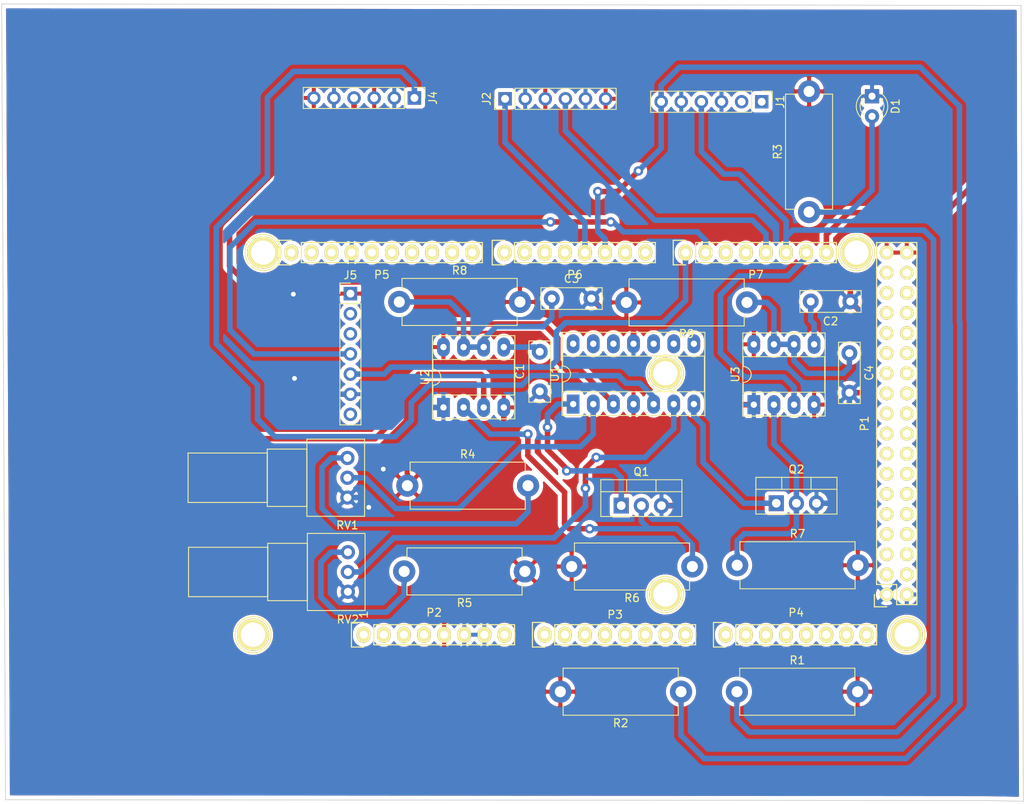
<source format=kicad_pcb>
(kicad_pcb (version 20171130) (host pcbnew "(5.1.6)-1")
  (title_block (date "mar. 31 mars 2015"))
  (layers (0 F.Cu signal) (31 B.Cu signal) (34 B.Paste user) (35 F.Paste user) (36 B.SilkS user) (37 F.SilkS user) (38 B.Mask user) (39 F.Mask user) (44 Edge.Cuts user))
  (net 0 "")
  (net 1 GND)
  (net 2 "Net-(C1-Pad2)")
  (net 3 "Net-(C2-Pad2)")
  (net 4 "Net-(C3-Pad1)")
  (net 5 "Net-(C4-Pad1)")
  (net 6 "Net-(D1-Pad2)")
  (net 7 INT2_REED_GENTS)
  (net 8 INT4_REED_LADIES)
  (net 9 VCC)
  (net 10 INT3_FLOW_GENTS)
  (net 11 INT5_FLOW_LADIES)
  (net 12 IR_LADIES)
  (net 13 IR_GENTS)
  (net 14 MCU_RX)
  (net 15 MCU_TX)
  (net 16 INT0_GENTS)
  (net 17 GENTS_VOUT)
  (net 18 "Net-(Q1-Pad1)")
  (net 19 "Net-(Q2-Pad1)")
  (net 20 LADIES_VOUT)
  (net 21 "Net-(R4-Pad2)")
  (net 22 "Net-(R5-Pad2)")
  (net 23 CV_GENTS)
  (net 24 CV_LADIES)
  (net 25 INT1_LADIES)
  (module Connector_PinHeader_2.54mm:PinHeader_1x06_P2.54mm_Vertical (layer F.Cu) (at 137.72 51.34 270)
    (fp_text reference J4 (at 0 -2.33 90) (layer F.SilkS))
    (fp_text value Conn_01x06_Female)
    (pad 1 thru_hole rect (at 0 0 270) (size 1.7 1.7) (drill 1) (layers *.Cu *.Mask) (net 12 IR_LADIES))
    (pad 2 thru_hole oval (at 0 2.54 270) (size 1.7 1.7) (drill 1) (layers *.Cu *.Mask) (net 1 GND))
    (pad 3 thru_hole oval (at 0 5.08 270) (size 1.7 1.7) (drill 1) (layers *.Cu *.Mask) (net 9 VCC))
    (pad 4 thru_hole oval (at 0 7.62 270) (size 1.7 1.7) (drill 1) (layers *.Cu *.Mask) (net 13 IR_GENTS))
    (pad 5 thru_hole oval (at 0 10.16 270) (size 1.7 1.7) (drill 1) (layers *.Cu *.Mask) (net 1 GND))
    (pad 6 thru_hole oval (at 0 12.7 270) (size 1.7 1.7) (drill 1) (layers *.Cu *.Mask) (net 9 VCC))
  )
  (module Socket_Arduino_Mega:Socket_Strip_Arduino_2x18 (layer F.Cu) (at 197.358 114.046 90)
    (fp_text reference P1 (at 21.59 -2.794 90) (layer F.SilkS))
    (fp_text value Digital)
    (pad 1 thru_hole circle (at 0 0 90) (size 1.7272 1.7272) (drill 1.016) (layers *.Cu *.Mask F.SilkS) (net 1 GND))
    (pad 2 thru_hole oval (at 0 2.54 90) (size 1.7272 1.7272) (drill 1.016) (layers *.Cu *.Mask F.SilkS) (net 1 GND))
    (pad 3 thru_hole oval (at 2.54 0 90) (size 1.7272 1.7272) (drill 1.016) (layers *.Cu *.Mask F.SilkS))
    (pad 4 thru_hole oval (at 2.54 2.54 90) (size 1.7272 1.7272) (drill 1.016) (layers *.Cu *.Mask F.SilkS))
    (pad 5 thru_hole oval (at 5.08 0 90) (size 1.7272 1.7272) (drill 1.016) (layers *.Cu *.Mask F.SilkS))
    (pad 6 thru_hole oval (at 5.08 2.54 90) (size 1.7272 1.7272) (drill 1.016) (layers *.Cu *.Mask F.SilkS))
    (pad 7 thru_hole oval (at 7.62 0 90) (size 1.7272 1.7272) (drill 1.016) (layers *.Cu *.Mask F.SilkS))
    (pad 8 thru_hole oval (at 7.62 2.54 90) (size 1.7272 1.7272) (drill 1.016) (layers *.Cu *.Mask F.SilkS))
    (pad 9 thru_hole oval (at 10.16 0 90) (size 1.7272 1.7272) (drill 1.016) (layers *.Cu *.Mask F.SilkS))
    (pad 10 thru_hole oval (at 10.16 2.54 90) (size 1.7272 1.7272) (drill 1.016) (layers *.Cu *.Mask F.SilkS))
    (pad 11 thru_hole oval (at 12.7 0 90) (size 1.7272 1.7272) (drill 1.016) (layers *.Cu *.Mask F.SilkS))
    (pad 12 thru_hole oval (at 12.7 2.54 90) (size 1.7272 1.7272) (drill 1.016) (layers *.Cu *.Mask F.SilkS))
    (pad 13 thru_hole oval (at 15.24 0 90) (size 1.7272 1.7272) (drill 1.016) (layers *.Cu *.Mask F.SilkS))
    (pad 14 thru_hole oval (at 15.24 2.54 90) (size 1.7272 1.7272) (drill 1.016) (layers *.Cu *.Mask F.SilkS))
    (pad 15 thru_hole oval (at 17.78 0 90) (size 1.7272 1.7272) (drill 1.016) (layers *.Cu *.Mask F.SilkS))
    (pad 16 thru_hole oval (at 17.78 2.54 90) (size 1.7272 1.7272) (drill 1.016) (layers *.Cu *.Mask F.SilkS))
    (pad 17 thru_hole oval (at 20.32 0 90) (size 1.7272 1.7272) (drill 1.016) (layers *.Cu *.Mask F.SilkS))
    (pad 18 thru_hole oval (at 20.32 2.54 90) (size 1.7272 1.7272) (drill 1.016) (layers *.Cu *.Mask F.SilkS))
    (pad 19 thru_hole oval (at 22.86 0 90) (size 1.7272 1.7272) (drill 1.016) (layers *.Cu *.Mask F.SilkS))
    (pad 20 thru_hole oval (at 22.86 2.54 90) (size 1.7272 1.7272) (drill 1.016) (layers *.Cu *.Mask F.SilkS))
    (pad 21 thru_hole oval (at 25.4 0 90) (size 1.7272 1.7272) (drill 1.016) (layers *.Cu *.Mask F.SilkS))
    (pad 22 thru_hole oval (at 25.4 2.54 90) (size 1.7272 1.7272) (drill 1.016) (layers *.Cu *.Mask F.SilkS))
    (pad 23 thru_hole oval (at 27.94 0 90) (size 1.7272 1.7272) (drill 1.016) (layers *.Cu *.Mask F.SilkS))
    (pad 24 thru_hole oval (at 27.94 2.54 90) (size 1.7272 1.7272) (drill 1.016) (layers *.Cu *.Mask F.SilkS))
    (pad 25 thru_hole oval (at 30.48 0 90) (size 1.7272 1.7272) (drill 1.016) (layers *.Cu *.Mask F.SilkS))
    (pad 26 thru_hole oval (at 30.48 2.54 90) (size 1.7272 1.7272) (drill 1.016) (layers *.Cu *.Mask F.SilkS))
    (pad 27 thru_hole oval (at 33.02 0 90) (size 1.7272 1.7272) (drill 1.016) (layers *.Cu *.Mask F.SilkS))
    (pad 28 thru_hole oval (at 33.02 2.54 90) (size 1.7272 1.7272) (drill 1.016) (layers *.Cu *.Mask F.SilkS))
    (pad 29 thru_hole oval (at 35.56 0 90) (size 1.7272 1.7272) (drill 1.016) (layers *.Cu *.Mask F.SilkS))
    (pad 30 thru_hole oval (at 35.56 2.54 90) (size 1.7272 1.7272) (drill 1.016) (layers *.Cu *.Mask F.SilkS))
    (pad 31 thru_hole oval (at 38.1 0 90) (size 1.7272 1.7272) (drill 1.016) (layers *.Cu *.Mask F.SilkS))
    (pad 32 thru_hole oval (at 38.1 2.54 90) (size 1.7272 1.7272) (drill 1.016) (layers *.Cu *.Mask F.SilkS))
    (pad 33 thru_hole oval (at 40.64 0 90) (size 1.7272 1.7272) (drill 1.016) (layers *.Cu *.Mask F.SilkS))
    (pad 34 thru_hole oval (at 40.64 2.54 90) (size 1.7272 1.7272) (drill 1.016) (layers *.Cu *.Mask F.SilkS))
    (pad 35 thru_hole oval (at 43.18 0 90) (size 1.7272 1.7272) (drill 1.016) (layers *.Cu *.Mask F.SilkS) (net 9 VCC))
    (pad 36 thru_hole oval (at 43.18 2.54 90) (size 1.7272 1.7272) (drill 1.016) (layers *.Cu *.Mask F.SilkS) (net 9 VCC))
  )
  (module Socket_Arduino_Mega:Socket_Strip_Arduino_1x08 (layer F.Cu) (at 131.318 119.126)
    (fp_text reference P2 (at 8.89 -2.794) (layer F.SilkS))
    (fp_text value Power)
    (pad 1 thru_hole oval (at 0 0) (size 1.7272 2.032) (drill 1.016) (layers *.Cu *.Mask F.SilkS))
    (pad 2 thru_hole oval (at 2.54 0) (size 1.7272 2.032) (drill 1.016) (layers *.Cu *.Mask F.SilkS))
    (pad 3 thru_hole oval (at 5.08 0) (size 1.7272 2.032) (drill 1.016) (layers *.Cu *.Mask F.SilkS))
    (pad 4 thru_hole oval (at 7.62 0) (size 1.7272 2.032) (drill 1.016) (layers *.Cu *.Mask F.SilkS))
    (pad 5 thru_hole oval (at 10.16 0) (size 1.7272 2.032) (drill 1.016) (layers *.Cu *.Mask F.SilkS) (net 9 VCC))
    (pad 6 thru_hole oval (at 12.7 0) (size 1.7272 2.032) (drill 1.016) (layers *.Cu *.Mask F.SilkS) (net 1 GND))
    (pad 7 thru_hole oval (at 15.24 0) (size 1.7272 2.032) (drill 1.016) (layers *.Cu *.Mask F.SilkS) (net 1 GND))
    (pad 8 thru_hole oval (at 17.78 0) (size 1.7272 2.032) (drill 1.016) (layers *.Cu *.Mask F.SilkS))
  )
  (module Socket_Arduino_Mega:Socket_Strip_Arduino_1x08 (layer F.Cu) (at 154.178 119.126)
    (fp_text reference P3 (at 8.89 -2.54) (layer F.SilkS))
    (fp_text value Analog)
    (pad 1 thru_hole oval (at 0 0) (size 1.7272 2.032) (drill 1.016) (layers *.Cu *.Mask F.SilkS))
    (pad 2 thru_hole oval (at 2.54 0) (size 1.7272 2.032) (drill 1.016) (layers *.Cu *.Mask F.SilkS))
    (pad 3 thru_hole oval (at 5.08 0) (size 1.7272 2.032) (drill 1.016) (layers *.Cu *.Mask F.SilkS))
    (pad 4 thru_hole oval (at 7.62 0) (size 1.7272 2.032) (drill 1.016) (layers *.Cu *.Mask F.SilkS))
    (pad 5 thru_hole oval (at 10.16 0) (size 1.7272 2.032) (drill 1.016) (layers *.Cu *.Mask F.SilkS))
    (pad 6 thru_hole oval (at 12.7 0) (size 1.7272 2.032) (drill 1.016) (layers *.Cu *.Mask F.SilkS))
    (pad 7 thru_hole oval (at 15.24 0) (size 1.7272 2.032) (drill 1.016) (layers *.Cu *.Mask F.SilkS))
    (pad 8 thru_hole oval (at 17.78 0) (size 1.7272 2.032) (drill 1.016) (layers *.Cu *.Mask F.SilkS))
  )
  (module Socket_Arduino_Mega:Socket_Strip_Arduino_1x08 (layer F.Cu) (at 177.038 119.126)
    (fp_text reference P4 (at 8.89 -2.794) (layer F.SilkS))
    (fp_text value Analog)
    (pad 1 thru_hole oval (at 0 0) (size 1.7272 2.032) (drill 1.016) (layers *.Cu *.Mask F.SilkS))
    (pad 2 thru_hole oval (at 2.54 0) (size 1.7272 2.032) (drill 1.016) (layers *.Cu *.Mask F.SilkS))
    (pad 3 thru_hole oval (at 5.08 0) (size 1.7272 2.032) (drill 1.016) (layers *.Cu *.Mask F.SilkS))
    (pad 4 thru_hole oval (at 7.62 0) (size 1.7272 2.032) (drill 1.016) (layers *.Cu *.Mask F.SilkS))
    (pad 5 thru_hole oval (at 10.16 0) (size 1.7272 2.032) (drill 1.016) (layers *.Cu *.Mask F.SilkS))
    (pad 6 thru_hole oval (at 12.7 0) (size 1.7272 2.032) (drill 1.016) (layers *.Cu *.Mask F.SilkS))
    (pad 7 thru_hole oval (at 15.24 0) (size 1.7272 2.032) (drill 1.016) (layers *.Cu *.Mask F.SilkS))
    (pad 8 thru_hole oval (at 17.78 0) (size 1.7272 2.032) (drill 1.016) (layers *.Cu *.Mask F.SilkS))
  )
  (module Socket_Arduino_Mega:Socket_Strip_Arduino_1x10 (layer F.Cu) (at 122.174 70.866)
    (fp_text reference P5 (at 11.43 2.794) (layer F.SilkS))
    (fp_text value PWM)
    (pad 1 thru_hole oval (at 0 0) (size 1.7272 2.032) (drill 1.016) (layers *.Cu *.Mask F.SilkS))
    (pad 2 thru_hole oval (at 2.54 0) (size 1.7272 2.032) (drill 1.016) (layers *.Cu *.Mask F.SilkS))
    (pad 3 thru_hole oval (at 5.08 0) (size 1.7272 2.032) (drill 1.016) (layers *.Cu *.Mask F.SilkS))
    (pad 4 thru_hole oval (at 7.62 0) (size 1.7272 2.032) (drill 1.016) (layers *.Cu *.Mask F.SilkS) (net 1 GND))
    (pad 5 thru_hole oval (at 10.16 0) (size 1.7272 2.032) (drill 1.016) (layers *.Cu *.Mask F.SilkS))
    (pad 6 thru_hole oval (at 12.7 0) (size 1.7272 2.032) (drill 1.016) (layers *.Cu *.Mask F.SilkS))
    (pad 7 thru_hole oval (at 15.24 0) (size 1.7272 2.032) (drill 1.016) (layers *.Cu *.Mask F.SilkS))
    (pad 8 thru_hole oval (at 17.78 0) (size 1.7272 2.032) (drill 1.016) (layers *.Cu *.Mask F.SilkS))
    (pad 9 thru_hole oval (at 20.32 0) (size 1.7272 2.032) (drill 1.016) (layers *.Cu *.Mask F.SilkS))
    (pad 10 thru_hole oval (at 22.86 0) (size 1.7272 2.032) (drill 1.016) (layers *.Cu *.Mask F.SilkS))
  )
  (module Socket_Arduino_Mega:Socket_Strip_Arduino_1x08 (layer F.Cu) (at 149.098 70.866)
    (fp_text reference P6 (at 8.89 2.794) (layer F.SilkS))
    (fp_text value PWM)
    (pad 1 thru_hole oval (at 0 0) (size 1.7272 2.032) (drill 1.016) (layers *.Cu *.Mask F.SilkS))
    (pad 2 thru_hole oval (at 2.54 0) (size 1.7272 2.032) (drill 1.016) (layers *.Cu *.Mask F.SilkS))
    (pad 3 thru_hole oval (at 5.08 0) (size 1.7272 2.032) (drill 1.016) (layers *.Cu *.Mask F.SilkS))
    (pad 4 thru_hole oval (at 7.62 0) (size 1.7272 2.032) (drill 1.016) (layers *.Cu *.Mask F.SilkS))
    (pad 5 thru_hole oval (at 10.16 0) (size 1.7272 2.032) (drill 1.016) (layers *.Cu *.Mask F.SilkS) (net 11 INT5_FLOW_LADIES))
    (pad 6 thru_hole oval (at 12.7 0) (size 1.7272 2.032) (drill 1.016) (layers *.Cu *.Mask F.SilkS) (net 8 INT4_REED_LADIES))
    (pad 7 thru_hole oval (at 15.24 0) (size 1.7272 2.032) (drill 1.016) (layers *.Cu *.Mask F.SilkS))
    (pad 8 thru_hole oval (at 17.78 0) (size 1.7272 2.032) (drill 1.016) (layers *.Cu *.Mask F.SilkS))
  )
  (module Socket_Arduino_Mega:Socket_Strip_Arduino_1x08 (layer F.Cu) (at 171.958 70.866)
    (fp_text reference P7 (at 8.89 2.794) (layer F.SilkS))
    (fp_text value Communication)
    (pad 1 thru_hole oval (at 0 0) (size 1.7272 2.032) (drill 1.016) (layers *.Cu *.Mask F.SilkS) (net 15 MCU_TX))
    (pad 2 thru_hole oval (at 2.54 0) (size 1.7272 2.032) (drill 1.016) (layers *.Cu *.Mask F.SilkS) (net 14 MCU_RX))
    (pad 3 thru_hole oval (at 5.08 0) (size 1.7272 2.032) (drill 1.016) (layers *.Cu *.Mask F.SilkS))
    (pad 4 thru_hole oval (at 7.62 0) (size 1.7272 2.032) (drill 1.016) (layers *.Cu *.Mask F.SilkS))
    (pad 5 thru_hole oval (at 10.16 0) (size 1.7272 2.032) (drill 1.016) (layers *.Cu *.Mask F.SilkS) (net 10 INT3_FLOW_GENTS))
    (pad 6 thru_hole oval (at 12.7 0) (size 1.7272 2.032) (drill 1.016) (layers *.Cu *.Mask F.SilkS) (net 7 INT2_REED_GENTS))
    (pad 7 thru_hole oval (at 15.24 0) (size 1.7272 2.032) (drill 1.016) (layers *.Cu *.Mask F.SilkS) (net 25 INT1_LADIES))
    (pad 8 thru_hole oval (at 17.78 0) (size 1.7272 2.032) (drill 1.016) (layers *.Cu *.Mask F.SilkS) (net 16 INT0_GENTS))
  )
  (module Socket_Arduino_Mega:Arduino_1pin (layer F.Cu) (at 117.348 119.126)
    (fp_text reference P8 hide)
    (fp_text value CONN_01X01 hide)
    (pad 1 thru_hole circle (at 0 0) (size 4.064 4.064) (drill 3.048) (layers *.Cu *.Mask F.SilkS))
  )
  (module Socket_Arduino_Mega:Arduino_1pin (layer F.Cu) (at 169.418 114.046)
    (fp_text reference P9 hide)
    (fp_text value CONN_01X01 hide)
    (pad 1 thru_hole circle (at 0 0) (size 4.064 4.064) (drill 3.048) (layers *.Cu *.Mask F.SilkS))
  )
  (module Socket_Arduino_Mega:Arduino_1pin (layer F.Cu) (at 199.898 119.126)
    (fp_text reference P10 hide)
    (fp_text value CONN_01X01 hide)
    (pad 1 thru_hole circle (at 0 0) (size 4.064 4.064) (drill 3.048) (layers *.Cu *.Mask F.SilkS))
  )
  (module Socket_Arduino_Mega:Arduino_1pin (layer F.Cu) (at 118.618 70.866)
    (fp_text reference P11 hide)
    (fp_text value CONN_01X01 hide)
    (pad 1 thru_hole circle (at 0 0) (size 4.064 4.064) (drill 3.048) (layers *.Cu *.Mask F.SilkS))
  )
  (module Socket_Arduino_Mega:Arduino_1pin (layer F.Cu) (at 169.418 86.106)
    (fp_text reference P12 hide)
    (fp_text value CONN_01X01 hide)
    (pad 1 thru_hole circle (at 0 0) (size 4.064 4.064) (drill 3.048) (layers *.Cu *.Mask F.SilkS))
  )
  (module Socket_Arduino_Mega:Arduino_1pin (layer F.Cu) (at 193.548 70.866)
    (fp_text reference P13 hide)
    (fp_text value CONN_01X01 hide)
    (pad 1 thru_hole circle (at 0 0) (size 4.064 4.064) (drill 3.048) (layers *.Cu *.Mask F.SilkS))
  )
  (module Capacitor_THT:C_Disc_D7.5mm_W2.5mm_P5.00mm (layer F.Cu) (at 153.55 88.39 90)
    (fp_text reference C1 (at 2.5 -2.5 90) (layer F.SilkS))
    (fp_text value C)
    (pad 1 thru_hole circle (at 0 0 90) (size 2 2) (drill 1) (layers *.Cu *.Mask) (net 1 GND))
    (pad 2 thru_hole circle (at 5 0 90) (size 2 2) (drill 1) (layers *.Cu *.Mask) (net 2 "Net-(C1-Pad2)"))
  )
  (module Capacitor_THT:C_Disc_D7.5mm_W2.5mm_P5.00mm (layer F.Cu) (at 192.77 77.04 180)
    (fp_text reference C2 (at 2.5 -2.5) (layer F.SilkS))
    (fp_text value C)
    (pad 1 thru_hole circle (at 0 0 180) (size 2 2) (drill 1) (layers *.Cu *.Mask) (net 1 GND))
    (pad 2 thru_hole circle (at 5 0 180) (size 2 2) (drill 1) (layers *.Cu *.Mask) (net 3 "Net-(C2-Pad2)"))
  )
  (module Capacitor_THT:C_Disc_D7.5mm_W2.5mm_P5.00mm (layer F.Cu) (at 155.07 76.67)
    (fp_text reference C3 (at 2.5 -2.5) (layer F.SilkS))
    (fp_text value C)
    (pad 2 thru_hole circle (at 5 0) (size 2 2) (drill 1) (layers *.Cu *.Mask) (net 1 GND))
    (pad 1 thru_hole circle (at 0 0) (size 2 2) (drill 1) (layers *.Cu *.Mask) (net 4 "Net-(C3-Pad1)"))
  )
  (module Capacitor_THT:C_Disc_D7.5mm_W2.5mm_P5.00mm (layer F.Cu) (at 192.65 83.56 270)
    (fp_text reference C4 (at 2.5 -2.5 90) (layer F.SilkS))
    (fp_text value C)
    (pad 2 thru_hole circle (at 5 0 270) (size 2 2) (drill 1) (layers *.Cu *.Mask) (net 1 GND))
    (pad 1 thru_hole circle (at 0 0 270) (size 2 2) (drill 1) (layers *.Cu *.Mask) (net 5 "Net-(C4-Pad1)"))
  )
  (module Connector_PinHeader_2.54mm:PinHeader_1x06_P2.54mm_Vertical (layer F.Cu) (at 181.58 51.82 270)
    (fp_text reference J1 (at 0 -2.33 90) (layer F.SilkS))
    (fp_text value Conn_01x06_Female)
    (pad 1 thru_hole rect (at 0 0 270) (size 1.7 1.7) (drill 1) (layers *.Cu *.Mask))
    (pad 2 thru_hole oval (at 0 2.54 270) (size 1.7 1.7) (drill 1) (layers *.Cu *.Mask))
    (pad 3 thru_hole oval (at 0 5.08 270) (size 1.7 1.7) (drill 1) (layers *.Cu *.Mask) (net 1 GND))
    (pad 4 thru_hole oval (at 0 7.62 270) (size 1.7 1.7) (drill 1) (layers *.Cu *.Mask) (net 7 INT2_REED_GENTS))
    (pad 5 thru_hole oval (at 0 10.16 270) (size 1.7 1.7) (drill 1) (layers *.Cu *.Mask) (net 1 GND))
    (pad 6 thru_hole oval (at 0 12.7 270) (size 1.7 1.7) (drill 1) (layers *.Cu *.Mask) (net 8 INT4_REED_LADIES))
  )
  (module Connector_PinHeader_2.54mm:PinHeader_1x06_P2.54mm_Vertical (layer F.Cu) (at 149.17 51.45 90)
    (fp_text reference J2 (at 0 -2.33 90) (layer F.SilkS))
    (fp_text value Conn_01x06_Female)
    (pad 6 thru_hole oval (at 0 12.7 90) (size 1.7 1.7) (drill 1) (layers *.Cu *.Mask) (net 9 VCC))
    (pad 5 thru_hole oval (at 0 10.16 90) (size 1.7 1.7) (drill 1) (layers *.Cu *.Mask) (net 1 GND))
    (pad 4 thru_hole oval (at 0 7.62 90) (size 1.7 1.7) (drill 1) (layers *.Cu *.Mask) (net 10 INT3_FLOW_GENTS))
    (pad 3 thru_hole oval (at 0 5.08 90) (size 1.7 1.7) (drill 1) (layers *.Cu *.Mask) (net 9 VCC))
    (pad 2 thru_hole oval (at 0 2.54 90) (size 1.7 1.7) (drill 1) (layers *.Cu *.Mask) (net 1 GND))
    (pad 1 thru_hole rect (at 0 0 90) (size 1.7 1.7) (drill 1) (layers *.Cu *.Mask) (net 11 INT5_FLOW_LADIES))
  )
  (module Connector_PinHeader_2.54mm:PinHeader_1x07_P2.54mm_Vertical (layer F.Cu) (at 129.64 76.05)
    (fp_text reference J5 (at 0 -2.33) (layer F.SilkS))
    (fp_text value Conn_01x07_Female)
    (pad 1 thru_hole rect (at 0 0) (size 1.7 1.7) (drill 1) (layers *.Cu *.Mask) (net 9 VCC))
    (pad 2 thru_hole oval (at 0 2.54) (size 1.7 1.7) (drill 1) (layers *.Cu *.Mask))
    (pad 3 thru_hole oval (at 0 5.08) (size 1.7 1.7) (drill 1) (layers *.Cu *.Mask))
    (pad 4 thru_hole oval (at 0 7.62) (size 1.7 1.7) (drill 1) (layers *.Cu *.Mask) (net 14 MCU_RX))
    (pad 5 thru_hole oval (at 0 10.16) (size 1.7 1.7) (drill 1) (layers *.Cu *.Mask) (net 15 MCU_TX))
    (pad 6 thru_hole oval (at 0 12.7) (size 1.7 1.7) (drill 1) (layers *.Cu *.Mask) (net 1 GND))
    (pad 7 thru_hole oval (at 0 15.24) (size 1.7 1.7) (drill 1) (layers *.Cu *.Mask))
  )
  (module Package_TO_SOT_THT:TO-220-3_Vertical (layer F.Cu) (at 163.84 102.82)
    (fp_text reference Q1 (at 2.54 -4.27) (layer F.SilkS))
    (fp_text value TIP122)
    (pad 3 thru_hole oval (at 5.08 0) (size 1.905 2) (drill 1.1) (layers *.Cu *.Mask) (net 1 GND))
    (pad 2 thru_hole oval (at 2.54 0) (size 1.905 2) (drill 1.1) (layers *.Cu *.Mask) (net 17 GENTS_VOUT))
    (pad 1 thru_hole rect (at 0 0) (size 1.905 2) (drill 1.1) (layers *.Cu *.Mask) (net 18 "Net-(Q1-Pad1)"))
  )
  (module Package_TO_SOT_THT:TO-220-3_Vertical (layer F.Cu) (at 183.42 102.52)
    (fp_text reference Q2 (at 2.54 -4.27) (layer F.SilkS))
    (fp_text value TIP122)
    (pad 1 thru_hole rect (at 0 0) (size 1.905 2) (drill 1.1) (layers *.Cu *.Mask) (net 19 "Net-(Q2-Pad1)"))
    (pad 2 thru_hole oval (at 2.54 0) (size 1.905 2) (drill 1.1) (layers *.Cu *.Mask) (net 20 LADIES_VOUT))
    (pad 3 thru_hole oval (at 5.08 0) (size 1.905 2) (drill 1.1) (layers *.Cu *.Mask) (net 1 GND))
  )
  (module Potentiometer_THT:Potentiometer_Alps_RK097_Single_Horizontal (layer F.Cu) (at 129.26 96.8 180)
    (fp_text reference RV1 (at 0 -8.5) (layer F.SilkS))
    (fp_text value R_POT)
    (pad 1 thru_hole circle (at 0 0 180) (size 1.8 1.8) (drill 1) (layers *.Cu *.Mask) (net 21 "Net-(R4-Pad2)"))
    (pad 2 thru_hole circle (at 0 -2.5 180) (size 1.8 1.8) (drill 1) (layers *.Cu *.Mask) (net 23 CV_GENTS))
    (pad 3 thru_hole circle (at 0 -5 180) (size 1.8 1.8) (drill 1) (layers *.Cu *.Mask) (net 1 GND))
  )
  (module Potentiometer_THT:Potentiometer_Alps_RK097_Single_Horizontal (layer F.Cu) (at 129.32 108.7 180)
    (fp_text reference RV2 (at 0 -8.5) (layer F.SilkS))
    (fp_text value R_POT)
    (pad 3 thru_hole circle (at 0 -5 180) (size 1.8 1.8) (drill 1) (layers *.Cu *.Mask) (net 1 GND))
    (pad 2 thru_hole circle (at 0 -2.5 180) (size 1.8 1.8) (drill 1) (layers *.Cu *.Mask) (net 24 CV_LADIES))
    (pad 1 thru_hole circle (at 0 0 180) (size 1.8 1.8) (drill 1) (layers *.Cu *.Mask) (net 22 "Net-(R5-Pad2)"))
  )
  (module Package_DIP:DIP-14_W7.62mm_Socket_LongPads (layer F.Cu) (at 157.77 90 90)
    (fp_text reference U1 (at 3.81 -2.33 90) (layer F.SilkS))
    (fp_text value LM324A)
    (pad 1 thru_hole rect (at 0 0 90) (size 2.4 1.6) (drill 0.8) (layers *.Cu *.Mask) (net 18 "Net-(Q1-Pad1)"))
    (pad 8 thru_hole oval (at 7.62 15.24 90) (size 2.4 1.6) (drill 0.8) (layers *.Cu *.Mask))
    (pad 2 thru_hole oval (at 0 2.54 90) (size 2.4 1.6) (drill 0.8) (layers *.Cu *.Mask) (net 23 CV_GENTS))
    (pad 9 thru_hole oval (at 7.62 12.7 90) (size 2.4 1.6) (drill 0.8) (layers *.Cu *.Mask))
    (pad 3 thru_hole oval (at 0 5.08 90) (size 2.4 1.6) (drill 0.8) (layers *.Cu *.Mask) (net 13 IR_GENTS))
    (pad 10 thru_hole oval (at 7.62 10.16 90) (size 2.4 1.6) (drill 0.8) (layers *.Cu *.Mask))
    (pad 4 thru_hole oval (at 0 7.62 90) (size 2.4 1.6) (drill 0.8) (layers *.Cu *.Mask) (net 9 VCC))
    (pad 11 thru_hole oval (at 7.62 7.62 90) (size 2.4 1.6) (drill 0.8) (layers *.Cu *.Mask) (net 1 GND))
    (pad 5 thru_hole oval (at 0 10.16 90) (size 2.4 1.6) (drill 0.8) (layers *.Cu *.Mask) (net 12 IR_LADIES))
    (pad 12 thru_hole oval (at 7.62 5.08 90) (size 2.4 1.6) (drill 0.8) (layers *.Cu *.Mask))
    (pad 6 thru_hole oval (at 0 12.7 90) (size 2.4 1.6) (drill 0.8) (layers *.Cu *.Mask) (net 24 CV_LADIES))
    (pad 13 thru_hole oval (at 7.62 2.54 90) (size 2.4 1.6) (drill 0.8) (layers *.Cu *.Mask))
    (pad 7 thru_hole oval (at 0 15.24 90) (size 2.4 1.6) (drill 0.8) (layers *.Cu *.Mask) (net 19 "Net-(Q2-Pad1)"))
    (pad 14 thru_hole oval (at 7.62 0 90) (size 2.4 1.6) (drill 0.8) (layers *.Cu *.Mask))
  )
  (module Package_DIP:DIP-8_W7.62mm_Socket_LongPads (layer F.Cu) (at 141.39 90.42 90)
    (fp_text reference U2 (at 3.81 -2.33 90) (layer F.SilkS))
    (fp_text value LM555xM)
    (pad 1 thru_hole rect (at 0 0 90) (size 2.4 1.6) (drill 0.8) (layers *.Cu *.Mask) (net 1 GND))
    (pad 5 thru_hole oval (at 7.62 7.62 90) (size 2.4 1.6) (drill 0.8) (layers *.Cu *.Mask) (net 2 "Net-(C1-Pad2)"))
    (pad 2 thru_hole oval (at 0 2.54 90) (size 2.4 1.6) (drill 0.8) (layers *.Cu *.Mask) (net 17 GENTS_VOUT))
    (pad 6 thru_hole oval (at 7.62 5.08 90) (size 2.4 1.6) (drill 0.8) (layers *.Cu *.Mask) (net 4 "Net-(C3-Pad1)"))
    (pad 3 thru_hole oval (at 0 5.08 90) (size 2.4 1.6) (drill 0.8) (layers *.Cu *.Mask) (net 16 INT0_GENTS))
    (pad 7 thru_hole oval (at 7.62 2.54 90) (size 2.4 1.6) (drill 0.8) (layers *.Cu *.Mask) (net 4 "Net-(C3-Pad1)"))
    (pad 4 thru_hole oval (at 0 7.62 90) (size 2.4 1.6) (drill 0.8) (layers *.Cu *.Mask) (net 9 VCC))
    (pad 8 thru_hole oval (at 7.62 0 90) (size 2.4 1.6) (drill 0.8) (layers *.Cu *.Mask) (net 9 VCC))
  )
  (module Package_DIP:DIP-8_W7.62mm_Socket_LongPads (layer F.Cu) (at 180.58 90.07 90)
    (fp_text reference U3 (at 3.81 -2.33 90) (layer F.SilkS))
    (fp_text value LM555xM)
    (pad 8 thru_hole oval (at 7.62 0 90) (size 2.4 1.6) (drill 0.8) (layers *.Cu *.Mask) (net 9 VCC))
    (pad 4 thru_hole oval (at 0 7.62 90) (size 2.4 1.6) (drill 0.8) (layers *.Cu *.Mask) (net 9 VCC))
    (pad 7 thru_hole oval (at 7.62 2.54 90) (size 2.4 1.6) (drill 0.8) (layers *.Cu *.Mask) (net 5 "Net-(C4-Pad1)"))
    (pad 3 thru_hole oval (at 0 5.08 90) (size 2.4 1.6) (drill 0.8) (layers *.Cu *.Mask) (net 25 INT1_LADIES))
    (pad 6 thru_hole oval (at 7.62 5.08 90) (size 2.4 1.6) (drill 0.8) (layers *.Cu *.Mask) (net 5 "Net-(C4-Pad1)"))
    (pad 2 thru_hole oval (at 0 2.54 90) (size 2.4 1.6) (drill 0.8) (layers *.Cu *.Mask) (net 20 LADIES_VOUT))
    (pad 5 thru_hole oval (at 7.62 7.62 90) (size 2.4 1.6) (drill 0.8) (layers *.Cu *.Mask) (net 3 "Net-(C2-Pad2)"))
    (pad 1 thru_hole rect (at 0 0 90) (size 2.4 1.6) (drill 0.8) (layers *.Cu *.Mask) (net 1 GND))
  )
  (module Resistor_THT:R_Axial_DIN0614_L14.3mm_D5.7mm_P15.24mm_Horizontal (layer F.Cu) (at 178.45 126.32)
    (fp_text reference R1 (at 7.62 -3.97) (layer F.SilkS))
    (fp_text value R)
    (pad 1 thru_hole circle (at 0 0) (size 2.8 2.8) (drill 1.4) (layers *.Cu *.Mask) (net 7 INT2_REED_GENTS))
    (pad 2 thru_hole oval (at 15.24 0) (size 2.8 2.8) (drill 1.4) (layers *.Cu *.Mask) (net 9 VCC))
  )
  (module Resistor_THT:R_Axial_DIN0614_L14.3mm_D5.7mm_P15.24mm_Horizontal (layer F.Cu) (at 171.39 126.32 180)
    (fp_text reference R2 (at 7.62 -3.97) (layer F.SilkS))
    (fp_text value R)
    (pad 2 thru_hole oval (at 15.24 0 180) (size 2.8 2.8) (drill 1.4) (layers *.Cu *.Mask) (net 9 VCC))
    (pad 1 thru_hole circle (at 0 0 180) (size 2.8 2.8) (drill 1.4) (layers *.Cu *.Mask) (net 8 INT4_REED_LADIES))
  )
  (module Resistor_THT:R_Axial_DIN0614_L14.3mm_D5.7mm_P15.24mm_Horizontal (layer F.Cu) (at 187.56 65.75 90)
    (fp_text reference R3 (at 7.62 -3.97 90) (layer F.SilkS))
    (fp_text value R)
    (pad 1 thru_hole circle (at 0 0 90) (size 2.8 2.8) (drill 1.4) (layers *.Cu *.Mask) (net 6 "Net-(D1-Pad2)"))
    (pad 2 thru_hole oval (at 15.24 0 90) (size 2.8 2.8) (drill 1.4) (layers *.Cu *.Mask) (net 9 VCC))
  )
  (module Resistor_THT:R_Axial_DIN0614_L14.3mm_D5.7mm_P15.24mm_Horizontal (layer F.Cu) (at 136.83 100.3)
    (fp_text reference R4 (at 7.62 -3.97) (layer F.SilkS))
    (fp_text value R)
    (pad 2 thru_hole oval (at 15.24 0) (size 2.8 2.8) (drill 1.4) (layers *.Cu *.Mask) (net 21 "Net-(R4-Pad2)"))
    (pad 1 thru_hole circle (at 0 0) (size 2.8 2.8) (drill 1.4) (layers *.Cu *.Mask) (net 9 VCC))
  )
  (module Resistor_THT:R_Axial_DIN0614_L14.3mm_D5.7mm_P15.24mm_Horizontal (layer F.Cu) (at 151.67 111.13 180)
    (fp_text reference R5 (at 7.62 -3.97) (layer F.SilkS))
    (fp_text value R)
    (pad 2 thru_hole oval (at 15.24 0 180) (size 2.8 2.8) (drill 1.4) (layers *.Cu *.Mask) (net 22 "Net-(R5-Pad2)"))
    (pad 1 thru_hole circle (at 0 0 180) (size 2.8 2.8) (drill 1.4) (layers *.Cu *.Mask) (net 9 VCC))
  )
  (module Resistor_THT:R_Axial_DIN0614_L14.3mm_D5.7mm_P15.24mm_Horizontal (layer F.Cu) (at 172.82 110.51 180)
    (fp_text reference R6 (at 7.62 -3.97) (layer F.SilkS))
    (fp_text value R)
    (pad 1 thru_hole circle (at 0 0 180) (size 2.8 2.8) (drill 1.4) (layers *.Cu *.Mask) (net 17 GENTS_VOUT))
    (pad 2 thru_hole oval (at 15.24 0 180) (size 2.8 2.8) (drill 1.4) (layers *.Cu *.Mask) (net 9 VCC))
  )
  (module Resistor_THT:R_Axial_DIN0614_L14.3mm_D5.7mm_P15.24mm_Horizontal (layer F.Cu) (at 178.48 110.35)
    (fp_text reference R7 (at 7.62 -3.97) (layer F.SilkS))
    (fp_text value R)
    (pad 1 thru_hole circle (at 0 0) (size 2.8 2.8) (drill 1.4) (layers *.Cu *.Mask) (net 20 LADIES_VOUT))
    (pad 2 thru_hole oval (at 15.24 0) (size 2.8 2.8) (drill 1.4) (layers *.Cu *.Mask) (net 9 VCC))
  )
  (module Resistor_THT:R_Axial_DIN0614_L14.3mm_D5.7mm_P15.24mm_Horizontal (layer F.Cu) (at 135.81 77.1)
    (fp_text reference R8 (at 7.62 -3.97) (layer F.SilkS))
    (fp_text value R)
    (pad 2 thru_hole oval (at 15.24 0) (size 2.8 2.8) (drill 1.4) (layers *.Cu *.Mask) (net 9 VCC))
    (pad 1 thru_hole circle (at 0 0) (size 2.8 2.8) (drill 1.4) (layers *.Cu *.Mask) (net 4 "Net-(C3-Pad1)"))
  )
  (module Resistor_THT:R_Axial_DIN0614_L14.3mm_D5.7mm_P15.24mm_Horizontal (layer F.Cu) (at 179.72 77.16 180)
    (fp_text reference R9 (at 7.62 -3.97) (layer F.SilkS))
    (fp_text value R)
    (pad 1 thru_hole circle (at 0 0 180) (size 2.8 2.8) (drill 1.4) (layers *.Cu *.Mask) (net 5 "Net-(C4-Pad1)"))
    (pad 2 thru_hole oval (at 15.24 0 180) (size 2.8 2.8) (drill 1.4) (layers *.Cu *.Mask) (net 9 VCC))
  )
  (module LED_THT:LED_D3.0mm (layer F.Cu) (at 195.51 51.12 270)
    (fp_text reference D1 (at 1.27 -2.96 90) (layer F.SilkS))
    (fp_text value LED)
    (pad 1 thru_hole rect (at 0 0 270) (size 1.8 1.8) (drill 0.9) (layers *.Cu *.Mask) (net 1 GND))
    (pad 2 thru_hole circle (at 2.54 0 270) (size 1.8 1.8) (drill 0.9) (layers *.Cu *.Mask) (net 6 "Net-(D1-Pad2)"))
  )
  (gr_line (start 85.6 39.47) (end 214.33 39.66) (layer Edge.Cuts) (width 0.1))
  (gr_line (start 86.09 139.96) (end 85.6 39.47) (layer Edge.Cuts) (width 0.1))
  (gr_line (start 86.1 139.96) (end 86.09 139.96) (layer Edge.Cuts) (width 0.1))
  (gr_line (start 209.99 140.06) (end 86.1 139.96) (layer Edge.Cuts) (width 0.1))
  (gr_line (start 214.62 140.16) (end 209.99 140.06) (layer Edge.Cuts) (width 0.1))
  (gr_line (start 214.33 39.66) (end 214.62 140.16) (layer Edge.Cuts) (width 0.1))
  (gr_text 1 (at 131.318 116.586 90) (layer F.SilkS) (effects (font (size 1 1))))
  (segment (start 199.864 73.406) (end 199.898 73.406) (width 0.7) (layer B.Cu) (net 0))
  (segment (start 188.5 102.52) (end 191.57 102.52) (width 0.7) (layer B.Cu) (net 1))
  (segment (start 192.65 101.44) (end 192.65 88.56) (width 0.7) (layer B.Cu) (net 1))
  (segment (start 191.57 102.52) (end 192.65 101.44) (width 0.7) (layer B.Cu) (net 1))
  (segment (start 160.07 76.67) (end 163.08 79.68) (width 0.7) (layer F.Cu) (net 1))
  (segment (start 163.08 79.68) (end 164.83 79.68) (width 0.7) (layer F.Cu) (net 1))
  (segment (start 165.39 80.24) (end 165.39 82.38) (width 0.7) (layer F.Cu) (net 1))
  (segment (start 164.83 79.68) (end 165.39 80.24) (width 0.7) (layer F.Cu) (net 1))
  (segment (start 192.77 77.04) (end 195.03 79.3) (width 0.7) (layer F.Cu) (net 1))
  (segment (start 195.03 79.3) (end 195.03 88.17) (width 0.7) (layer F.Cu) (net 1))
  (segment (start 194.64 88.56) (end 192.65 88.56) (width 0.7) (layer F.Cu) (net 1))
  (segment (start 195.03 88.17) (end 194.64 88.56) (width 0.7) (layer F.Cu) (net 1))
  (segment (start 192.77 77.04) (end 192.77 75.02) (width 0.7) (layer F.Cu) (net 1))
  (segment (start 192.77 75.02) (end 191.65 73.9) (width 0.7) (layer F.Cu) (net 1))
  (segment (start 191.65 73.9) (end 178.39 73.9) (width 0.7) (layer F.Cu) (net 1))
  (segment (start 178.39 73.9) (end 176.18 76.11) (width 0.7) (layer F.Cu) (net 1))
  (segment (start 176.18 76.11) (end 176.18 88.15) (width 0.7) (layer F.Cu) (net 1))
  (segment (start 178.1 90.07) (end 180.58 90.07) (width 0.7) (layer F.Cu) (net 1))
  (segment (start 176.18 88.15) (end 178.1 90.07) (width 0.7) (layer F.Cu) (net 1))
  (segment (start 165.39 82.38) (end 165.39 80.16) (width 0.7) (layer F.Cu) (net 1))
  (segment (start 165.39 80.16) (end 167.3 78.25) (width 0.7) (layer F.Cu) (net 1))
  (segment (start 174.04 78.25) (end 176.18 76.11) (width 0.7) (layer F.Cu) (net 1))
  (segment (start 167.3 78.25) (end 174.04 78.25) (width 0.7) (layer F.Cu) (net 1))
  (segment (start 178.1 90.07) (end 178.1 100.29) (width 0.7) (layer F.Cu) (net 1))
  (segment (start 175.57 102.82) (end 168.92 102.82) (width 0.7) (layer F.Cu) (net 1))
  (segment (start 178.1 100.29) (end 175.57 102.82) (width 0.7) (layer F.Cu) (net 1))
  (segment (start 153.55 88.39) (end 155.17 90.01) (width 0.7) (layer F.Cu) (net 1))
  (segment (start 155.17 90.01) (end 155.17 90.91) (width 0.7) (layer F.Cu) (net 1))
  (segment (start 155.17 90.91) (end 157.69 93.43) (width 0.7) (layer F.Cu) (net 1))
  (segment (start 174.74 93.43) (end 178.1 90.07) (width 0.7) (layer F.Cu) (net 1))
  (segment (start 157.69 93.43) (end 174.74 93.43) (width 0.7) (layer F.Cu) (net 1))
  (segment (start 129.26 101.8) (end 130.72 101.8) (width 0.7) (layer B.Cu) (net 1))
  (segment (start 130.72 101.8) (end 131.96 103.04) (width 0.7) (layer B.Cu) (net 1))
  (segment (start 141.39 90.42) (end 139.97 90.42) (width 0.7) (layer B.Cu) (net 1))
  (segment (start 139.97 90.42) (end 138.66 91.73) (width 0.7) (layer B.Cu) (net 1))
  (segment (start 138.66 91.73) (end 138.66 93.34) (width 0.7) (layer B.Cu) (net 1))
  (segment (start 138.66 93.34) (end 133.79 98.21) (width 0.7) (layer B.Cu) (net 1))
  (segment (start 131.96 103.04) (end 131.96 103.04) (width 0.7) (layer B.Cu) (net 1))
  (via (at 131.96 103.04) (size 1.2) (drill 0.6) (layers F.Cu B.Cu) (net 1))
  (segment (start 133.79 98.21) (end 133.79 98.21) (width 0.7) (layer B.Cu) (net 1))
  (via (at 133.79 98.21) (size 1.2) (drill 0.6) (layers F.Cu B.Cu) (net 1))
  (segment (start 131.96 103.04) (end 133.98 101.02) (width 0.7) (layer F.Cu) (net 1))
  (segment (start 133.98 98.4) (end 133.79 98.21) (width 0.7) (layer F.Cu) (net 1))
  (segment (start 133.98 101.02) (end 133.98 98.4) (width 0.7) (layer F.Cu) (net 1))
  (segment (start 129.64 88.75) (end 124.57 88.75) (width 0.7) (layer B.Cu) (net 1))
  (segment (start 124.57 88.75) (end 122.58 86.76) (width 0.7) (layer B.Cu) (net 1))
  (segment (start 129.794 70.866) (end 129.794 72.526) (width 0.7) (layer B.Cu) (net 1))
  (segment (start 129.794 72.526) (end 128.39 73.93) (width 0.7) (layer B.Cu) (net 1))
  (segment (start 128.39 73.93) (end 124.62 73.93) (width 0.7) (layer B.Cu) (net 1))
  (segment (start 124.62 73.93) (end 122.43 76.12) (width 0.7) (layer B.Cu) (net 1))
  (segment (start 122.58 86.76) (end 122.53 86.71) (width 0.7) (layer B.Cu) (net 1))
  (via (at 122.58 86.76) (size 1.2) (drill 0.6) (layers F.Cu B.Cu) (net 1))
  (segment (start 122.43 76.12) (end 122.43 76.12) (width 0.7) (layer B.Cu) (net 1))
  (via (at 122.43 76.12) (size 1.2) (drill 0.6) (layers F.Cu B.Cu) (net 1))
  (segment (start 122.58 76.27) (end 122.43 76.12) (width 0.7) (layer F.Cu) (net 1))
  (segment (start 122.58 86.76) (end 122.58 76.27) (width 0.7) (layer F.Cu) (net 1))
  (segment (start 152.96 82.8) (end 153.55 83.39) (width 0.7) (layer B.Cu) (net 2))
  (segment (start 149.01 82.8) (end 152.96 82.8) (width 0.7) (layer B.Cu) (net 2))
  (segment (start 188.2 82.45) (end 188.2 79.88) (width 0.7) (layer B.Cu) (net 3))
  (segment (start 187.77 79.45) (end 187.77 77.04) (width 0.7) (layer B.Cu) (net 3))
  (segment (start 188.2 79.88) (end 187.77 79.45) (width 0.7) (layer B.Cu) (net 3))
  (segment (start 135.81 77.1) (end 142.2 77.1) (width 0.7) (layer B.Cu) (net 4))
  (segment (start 143.93 78.83) (end 143.93 82.8) (width 0.7) (layer B.Cu) (net 4))
  (segment (start 142.2 77.1) (end 143.93 78.83) (width 0.7) (layer B.Cu) (net 4))
  (segment (start 146.47 82.8) (end 146.47 81.78) (width 0.7) (layer B.Cu) (net 4))
  (segment (start 146.47 81.78) (end 148.03 80.22) (width 0.7) (layer B.Cu) (net 4))
  (segment (start 148.03 80.22) (end 153.96 80.22) (width 0.7) (layer B.Cu) (net 4))
  (segment (start 155.07 79.11) (end 155.07 76.67) (width 0.7) (layer B.Cu) (net 4))
  (segment (start 153.96 80.22) (end 155.07 79.11) (width 0.7) (layer B.Cu) (net 4))
  (segment (start 143.93 82.8) (end 146.47 82.8) (width 0.7) (layer B.Cu) (net 4))
  (segment (start 183.12 82.45) (end 183.12 78.06) (width 0.7) (layer B.Cu) (net 5))
  (segment (start 182.22 77.16) (end 179.72 77.16) (width 0.7) (layer B.Cu) (net 5))
  (segment (start 183.12 78.06) (end 182.22 77.16) (width 0.7) (layer B.Cu) (net 5))
  (segment (start 183.12 82.45) (end 185.66 82.45) (width 0.7) (layer B.Cu) (net 5))
  (segment (start 185.66 82.45) (end 185.66 84.54) (width 0.7) (layer B.Cu) (net 5))
  (segment (start 185.66 84.54) (end 187.24 86.12) (width 0.7) (layer B.Cu) (net 5))
  (segment (start 187.24 86.12) (end 191.86 86.12) (width 0.7) (layer B.Cu) (net 5))
  (segment (start 192.65 85.33) (end 192.65 83.56) (width 0.7) (layer B.Cu) (net 5))
  (segment (start 191.86 86.12) (end 192.65 85.33) (width 0.7) (layer B.Cu) (net 5))
  (segment (start 187.56 65.75) (end 192.71 65.75) (width 0.7) (layer B.Cu) (net 6))
  (segment (start 195.51 62.95) (end 195.51 53.66) (width 0.7) (layer B.Cu) (net 6))
  (segment (start 192.71 65.75) (end 195.51 62.95) (width 0.7) (layer B.Cu) (net 6))
  (segment (start 184.658 68.882) (end 184.658 70.866) (width 0.7) (layer B.Cu) (net 7))
  (segment (start 202.05 68.03) (end 185.51 68.03) (width 0.7) (layer B.Cu) (net 7))
  (segment (start 185.51 68.03) (end 184.658 68.882) (width 0.7) (layer B.Cu) (net 7))
  (segment (start 178.45 129.83) (end 180.04 131.42) (width 0.7) (layer B.Cu) (net 7))
  (segment (start 203.27 69.25) (end 202.05 68.03) (width 0.7) (layer B.Cu) (net 7))
  (segment (start 198.66 131.42) (end 203.27 126.81) (width 0.7) (layer B.Cu) (net 7))
  (segment (start 203.27 126.81) (end 203.27 69.25) (width 0.7) (layer B.Cu) (net 7))
  (segment (start 178.45 126.32) (end 178.45 129.83) (width 0.7) (layer B.Cu) (net 7))
  (segment (start 180.04 131.42) (end 198.66 131.42) (width 0.7) (layer B.Cu) (net 7))
  (segment (start 184.658 68.882) (end 184.658 66.838) (width 0.7) (layer B.Cu) (net 7))
  (segment (start 184.658 66.838) (end 178.77 60.95) (width 0.7) (layer B.Cu) (net 7))
  (segment (start 178.77 60.95) (end 176.8 60.95) (width 0.7) (layer B.Cu) (net 7))
  (segment (start 173.96 58.11) (end 173.96 51.82) (width 0.7) (layer B.Cu) (net 7))
  (segment (start 176.8 60.95) (end 173.96 58.11) (width 0.7) (layer B.Cu) (net 7))
  (segment (start 161.798 70.866) (end 161.798 69.128) (width 0.7) (layer B.Cu) (net 8))
  (segment (start 161.798 69.128) (end 160.88 68.21) (width 0.7) (layer B.Cu) (net 8))
  (segment (start 160.88 68.21) (end 160.88 63.16) (width 0.7) (layer B.Cu) (net 8))
  (segment (start 168.88 51.82) (end 168.88 57.69) (width 0.7) (layer B.Cu) (net 8))
  (segment (start 168.88 57.69) (end 166.01 60.56) (width 0.7) (layer B.Cu) (net 8))
  (segment (start 166.01 60.56) (end 166.01 60.56) (width 0.7) (layer B.Cu) (net 8))
  (via (at 166.01 60.56) (size 1.2) (drill 0.6) (layers F.Cu B.Cu) (net 8))
  (segment (start 160.88 63.16) (end 160.88 63.16) (width 0.7) (layer B.Cu) (net 8))
  (via (at 160.88 63.16) (size 1.2) (drill 0.6) (layers F.Cu B.Cu) (net 8))
  (segment (start 163.41 63.16) (end 166.01 60.56) (width 0.7) (layer F.Cu) (net 8))
  (segment (start 160.88 63.16) (end 163.41 63.16) (width 0.7) (layer F.Cu) (net 8))
  (segment (start 171.39 126.32) (end 171.39 131.83) (width 0.7) (layer B.Cu) (net 8))
  (segment (start 171.39 131.83) (end 174.32 134.76) (width 0.7) (layer B.Cu) (net 8))
  (segment (start 174.32 134.76) (end 199.79 134.76) (width 0.7) (layer B.Cu) (net 8))
  (segment (start 199.79 134.76) (end 206.61 127.94) (width 0.7) (layer B.Cu) (net 8))
  (segment (start 206.61 79.71) (end 206.55 79.65) (width 0.7) (layer B.Cu) (net 8))
  (segment (start 206.61 127.94) (end 206.61 79.71) (width 0.7) (layer B.Cu) (net 8))
  (segment (start 206.55 79.65) (end 206.55 52.39) (width 0.7) (layer B.Cu) (net 8))
  (segment (start 206.55 52.39) (end 201.62 47.46) (width 0.7) (layer B.Cu) (net 8))
  (segment (start 201.62 47.46) (end 171.18 47.46) (width 0.7) (layer B.Cu) (net 8))
  (segment (start 168.88 49.76) (end 168.88 51.82) (width 0.7) (layer B.Cu) (net 8))
  (segment (start 171.18 47.46) (end 168.88 49.76) (width 0.7) (layer B.Cu) (net 8))
  (segment (start 136.83 100.3) (end 136.83 97.41) (width 0.7) (layer F.Cu) (net 9))
  (segment (start 136.83 97.41) (end 139.64 94.6) (width 0.7) (layer F.Cu) (net 9))
  (segment (start 139.64 94.6) (end 147.64 94.6) (width 0.7) (layer F.Cu) (net 9))
  (segment (start 149.01 93.23) (end 149.01 90.42) (width 0.7) (layer F.Cu) (net 9))
  (segment (start 147.64 94.6) (end 149.01 93.23) (width 0.7) (layer F.Cu) (net 9))
  (segment (start 156.79 51.45) (end 156.79 55.5) (width 0.7) (layer B.Cu) (net 10))
  (segment (start 156.79 55.5) (end 168.07 66.78) (width 0.7) (layer B.Cu) (net 10))
  (segment (start 168.07 66.78) (end 180.39 66.78) (width 0.7) (layer B.Cu) (net 10))
  (segment (start 182.118 68.508) (end 182.118 70.866) (width 0.7) (layer B.Cu) (net 10))
  (segment (start 180.39 66.78) (end 182.118 68.508) (width 0.7) (layer B.Cu) (net 10))
  (segment (start 149.17 51.45) (end 149.17 56.97) (width 0.7) (layer B.Cu) (net 11))
  (segment (start 159.258 67.058) (end 159.258 70.866) (width 0.7) (layer B.Cu) (net 11))
  (segment (start 149.17 56.97) (end 159.258 67.058) (width 0.7) (layer B.Cu) (net 11))
  (segment (start 167.93 89.09) (end 167.93 90) (width 0.7) (layer B.Cu) (net 12))
  (segment (start 166.2 87.36) (end 167.93 89.09) (width 0.7) (layer B.Cu) (net 12))
  (segment (start 163.52 86.41) (end 164.47 87.36) (width 0.7) (layer B.Cu) (net 12))
  (segment (start 152.48 86.41) (end 163.52 86.41) (width 0.7) (layer B.Cu) (net 12))
  (segment (start 151.29 87.6) (end 152.48 86.41) (width 0.7) (layer B.Cu) (net 12))
  (segment (start 139.55 87.6) (end 151.29 87.6) (width 0.7) (layer B.Cu) (net 12))
  (segment (start 137.33 92.06) (end 137.33 89.82) (width 0.7) (layer B.Cu) (net 12))
  (segment (start 135.28 94.11) (end 137.33 92.06) (width 0.7) (layer B.Cu) (net 12))
  (segment (start 164.47 87.36) (end 166.2 87.36) (width 0.7) (layer B.Cu) (net 12))
  (segment (start 117.91 87.59) (end 117.91 91.91) (width 0.7) (layer B.Cu) (net 12))
  (segment (start 122.44 48) (end 119.16 51.28) (width 0.7) (layer B.Cu) (net 12))
  (segment (start 112.7 67.71) (end 112.7 82.38) (width 0.7) (layer B.Cu) (net 12))
  (segment (start 136.14 48) (end 122.44 48) (width 0.7) (layer B.Cu) (net 12))
  (segment (start 137.72 51.34) (end 137.72 49.58) (width 0.7) (layer B.Cu) (net 12))
  (segment (start 119.16 61.25) (end 112.7 67.71) (width 0.7) (layer B.Cu) (net 12))
  (segment (start 137.33 89.82) (end 139.55 87.6) (width 0.7) (layer B.Cu) (net 12))
  (segment (start 137.72 49.58) (end 136.14 48) (width 0.7) (layer B.Cu) (net 12))
  (segment (start 112.7 82.38) (end 117.91 87.59) (width 0.7) (layer B.Cu) (net 12))
  (segment (start 119.16 51.28) (end 119.16 61.25) (width 0.7) (layer B.Cu) (net 12))
  (segment (start 117.91 91.91) (end 120.11 94.11) (width 0.7) (layer B.Cu) (net 12))
  (segment (start 120.11 94.11) (end 135.28 94.11) (width 0.7) (layer B.Cu) (net 12))
  (segment (start 162.85 90) (end 162.85 89.89) (width 0.7) (layer F.Cu) (net 13))
  (segment (start 162.85 89.89) (end 158.65 85.69) (width 0.7) (layer F.Cu) (net 13))
  (segment (start 158.65 85.69) (end 156.91 85.69) (width 0.7) (layer F.Cu) (net 13))
  (segment (start 156.91 85.69) (end 155.84 84.62) (width 0.7) (layer F.Cu) (net 13))
  (segment (start 155.84 84.62) (end 155.84 81.69) (width 0.7) (layer F.Cu) (net 13))
  (segment (start 155.84 81.69) (end 154.03 79.88) (width 0.7) (layer F.Cu) (net 13))
  (segment (start 154.03 79.88) (end 134.6 79.88) (width 0.7) (layer F.Cu) (net 13))
  (segment (start 134.6 79.88) (end 132.92 78.2) (width 0.7) (layer F.Cu) (net 13))
  (segment (start 132.92 78.2) (end 132.92 74.57) (width 0.7) (layer F.Cu) (net 13))
  (segment (start 132.92 74.57) (end 116.36 74.57) (width 0.7) (layer F.Cu) (net 13))
  (segment (start 116.36 74.57) (end 114.38 72.59) (width 0.7) (layer F.Cu) (net 13))
  (segment (start 114.38 72.59) (end 114.38 67.98) (width 0.7) (layer F.Cu) (net 13))
  (segment (start 114.38 67.98) (end 120.59 61.77) (width 0.7) (layer F.Cu) (net 13))
  (segment (start 120.59 61.77) (end 128.6 61.77) (width 0.7) (layer F.Cu) (net 13))
  (segment (start 130.1 60.27) (end 130.1 51.34) (width 0.7) (layer F.Cu) (net 13))
  (segment (start 128.6 61.77) (end 130.1 60.27) (width 0.7) (layer F.Cu) (net 13))
  (segment (start 162.52 67) (end 162.52 67) (width 0.7) (layer F.Cu) (net 14))
  (via (at 162.52 67) (size 1.2) (drill 0.6) (layers F.Cu B.Cu) (net 14))
  (segment (start 174.498 70.866) (end 174.498 69.298) (width 0.7) (layer B.Cu) (net 14))
  (segment (start 174.498 69.298) (end 173.45 68.25) (width 0.7) (layer B.Cu) (net 14))
  (segment (start 173.45 68.25) (end 164.09 68.25) (width 0.7) (layer B.Cu) (net 14))
  (segment (start 162.84 67) (end 162.52 67) (width 0.7) (layer B.Cu) (net 14))
  (segment (start 164.09 68.25) (end 162.84 67) (width 0.7) (layer B.Cu) (net 14))
  (segment (start 129.64 83.67) (end 117.47 83.67) (width 0.7) (layer B.Cu) (net 14))
  (segment (start 117.47 83.67) (end 114.42 80.62) (width 0.7) (layer B.Cu) (net 14))
  (segment (start 154.9 67) (end 154.9 67) (width 0.7) (layer B.Cu) (net 14))
  (segment (start 117.65 67) (end 154.9 67) (width 0.7) (layer B.Cu) (net 14))
  (segment (start 114.42 80.62) (end 114.42 70.23) (width 0.7) (layer B.Cu) (net 14))
  (segment (start 114.42 70.23) (end 117.65 67) (width 0.7) (layer B.Cu) (net 14))
  (segment (start 154.9 67) (end 162.52 67) (width 0.7) (layer F.Cu) (net 14))
  (via (at 154.9 67) (size 1.2) (drill 0.6) (layers F.Cu B.Cu) (net 14))
  (segment (start 155.64 80.88) (end 156.79 79.73) (width 0.7) (layer B.Cu) (net 15))
  (segment (start 156.79 79.73) (end 169.14 79.73) (width 0.7) (layer B.Cu) (net 15))
  (segment (start 171.958 76.912) (end 171.958 70.866) (width 0.7) (layer B.Cu) (net 15))
  (segment (start 169.14 79.73) (end 171.958 76.912) (width 0.7) (layer B.Cu) (net 15))
  (segment (start 129.64 86.21) (end 133.89 86.21) (width 0.7) (layer B.Cu) (net 15))
  (segment (start 133.89 86.21) (end 134.77 85.33) (width 0.7) (layer B.Cu) (net 15))
  (segment (start 134.77 85.33) (end 154.82 85.33) (width 0.7) (layer B.Cu) (net 15))
  (segment (start 155.64 84.51) (end 155.64 80.88) (width 0.7) (layer B.Cu) (net 15))
  (segment (start 154.82 85.33) (end 155.64 84.51) (width 0.7) (layer B.Cu) (net 15))
  (segment (start 146.47 90.42) (end 146.47 86.58) (width 0.7) (layer F.Cu) (net 16))
  (segment (start 146.47 86.58) (end 146.14 86.25) (width 0.7) (layer F.Cu) (net 16))
  (segment (start 146.14 86.25) (end 138.23 86.25) (width 0.7) (layer F.Cu) (net 16))
  (segment (start 138.23 86.25) (end 135.59 88.89) (width 0.7) (layer F.Cu) (net 16))
  (segment (start 135.59 88.89) (end 135.59 91.53) (width 0.7) (layer F.Cu) (net 16))
  (segment (start 135.59 91.53) (end 132.75 94.37) (width 0.7) (layer F.Cu) (net 16))
  (segment (start 132.75 94.37) (end 116.18 94.37) (width 0.7) (layer F.Cu) (net 16))
  (segment (start 116.18 94.37) (end 114.65 92.84) (width 0.7) (layer F.Cu) (net 16))
  (segment (start 114.65 92.84) (end 114.65 88.65) (width 0.7) (layer F.Cu) (net 16))
  (segment (start 114.65 88.65) (end 109.18 83.18) (width 0.7) (layer F.Cu) (net 16))
  (segment (start 109.18 83.18) (end 109.18 66.96) (width 0.7) (layer F.Cu) (net 16))
  (segment (start 109.18 66.96) (end 116.84 59.3) (width 0.7) (layer F.Cu) (net 16))
  (segment (start 116.84 59.3) (end 116.84 50) (width 0.7) (layer F.Cu) (net 16))
  (segment (start 116.84 50) (end 122.69 44.15) (width 0.7) (layer F.Cu) (net 16))
  (segment (start 122.69 44.15) (end 203.64 44.15) (width 0.7) (layer F.Cu) (net 16))
  (segment (start 203.64 44.15) (end 209.47 49.98) (width 0.7) (layer F.Cu) (net 16))
  (segment (start 209.47 49.98) (end 209.47 61.11) (width 0.7) (layer F.Cu) (net 16))
  (segment (start 209.47 61.11) (end 204.75 65.83) (width 0.7) (layer F.Cu) (net 16))
  (segment (start 204.75 65.83) (end 192.54 65.83) (width 0.7) (layer F.Cu) (net 16))
  (segment (start 189.738 68.632) (end 189.738 70.866) (width 0.7) (layer F.Cu) (net 16))
  (segment (start 192.54 65.83) (end 189.738 68.632) (width 0.7) (layer F.Cu) (net 16))
  (segment (start 172.82 110.51) (end 172.82 107.74) (width 0.7) (layer B.Cu) (net 17))
  (segment (start 172.82 107.74) (end 170.82 105.74) (width 0.7) (layer B.Cu) (net 17))
  (segment (start 170.82 105.74) (end 167.32 105.74) (width 0.7) (layer B.Cu) (net 17))
  (segment (start 166.38 104.8) (end 166.38 102.82) (width 0.7) (layer B.Cu) (net 17))
  (segment (start 167.32 105.74) (end 166.38 104.8) (width 0.7) (layer B.Cu) (net 17))
  (segment (start 143.93 90.42) (end 147.3 93.79) (width 0.7) (layer B.Cu) (net 17))
  (segment (start 147.3 93.79) (end 152.05 93.79) (width 0.7) (layer B.Cu) (net 17))
  (segment (start 152.05 93.79) (end 152.05 93.79) (width 0.7) (layer B.Cu) (net 17))
  (via (at 152.05 93.79) (size 1.2) (drill 0.6) (layers F.Cu B.Cu) (net 17))
  (segment (start 167.32 105.74) (end 159.85 105.74) (width 0.7) (layer B.Cu) (net 17))
  (segment (start 159.85 105.74) (end 159.81 105.74) (width 0.7) (layer B.Cu) (net 17))
  (via (at 159.85 105.74) (size 1.2) (drill 0.6) (layers F.Cu B.Cu) (net 17))
  (segment (start 152.05 93.79) (end 152.05 96.5) (width 0.7) (layer F.Cu) (net 17))
  (segment (start 152.05 96.5) (end 156.68 101.13) (width 0.7) (layer F.Cu) (net 17))
  (segment (start 156.68 101.13) (end 156.68 105.13) (width 0.7) (layer F.Cu) (net 17))
  (segment (start 157.29 105.74) (end 159.85 105.74) (width 0.7) (layer F.Cu) (net 17))
  (segment (start 156.68 105.13) (end 157.29 105.74) (width 0.7) (layer F.Cu) (net 17))
  (segment (start 157.77 90) (end 155.8 90) (width 0.7) (layer B.Cu) (net 18))
  (segment (start 155.8 90) (end 154.53 91.27) (width 0.7) (layer B.Cu) (net 18))
  (segment (start 154.53 91.27) (end 154.53 92.93) (width 0.7) (layer B.Cu) (net 18))
  (segment (start 163.84 102.82) (end 163.84 99.3) (width 0.7) (layer B.Cu) (net 18))
  (segment (start 163.84 99.3) (end 162.97 98.43) (width 0.7) (layer B.Cu) (net 18))
  (segment (start 162.97 98.43) (end 156.95 98.43) (width 0.7) (layer B.Cu) (net 18))
  (segment (start 156.95 98.43) (end 156.95 98.43) (width 0.7) (layer B.Cu) (net 18))
  (via (at 156.95 98.43) (size 1.2) (drill 0.6) (layers F.Cu B.Cu) (net 18))
  (segment (start 154.53 92.93) (end 154.53 92.93) (width 0.7) (layer B.Cu) (net 18))
  (via (at 154.53 92.93) (size 1.2) (drill 0.6) (layers F.Cu B.Cu) (net 18))
  (segment (start 154.53 92.93) (end 154.53 95.75) (width 0.7) (layer F.Cu) (net 18))
  (segment (start 156.95 98.17) (end 156.95 98.43) (width 0.7) (layer F.Cu) (net 18))
  (segment (start 154.53 95.75) (end 156.95 98.17) (width 0.7) (layer F.Cu) (net 18))
  (segment (start 183.42 102.52) (end 179.32 102.52) (width 0.7) (layer B.Cu) (net 19))
  (segment (start 179.32 102.52) (end 174.17 97.37) (width 0.7) (layer B.Cu) (net 19))
  (segment (start 174.17 97.37) (end 174.17 92.65) (width 0.7) (layer B.Cu) (net 19))
  (segment (start 173.01 91.49) (end 173.01 90) (width 0.7) (layer B.Cu) (net 19))
  (segment (start 174.17 92.65) (end 173.01 91.49) (width 0.7) (layer B.Cu) (net 19))
  (segment (start 183.12 90.07) (end 183.12 95.05) (width 0.7) (layer B.Cu) (net 20))
  (segment (start 185.96 97.89) (end 185.96 102.52) (width 0.7) (layer B.Cu) (net 20))
  (segment (start 183.12 95.05) (end 185.96 97.89) (width 0.7) (layer B.Cu) (net 20))
  (segment (start 178.48 110.35) (end 178.48 107.27) (width 0.7) (layer B.Cu) (net 20))
  (segment (start 178.48 107.27) (end 179.38 106.37) (width 0.7) (layer B.Cu) (net 20))
  (segment (start 179.38 106.37) (end 185.1 106.37) (width 0.7) (layer B.Cu) (net 20))
  (segment (start 185.96 105.51) (end 185.96 102.52) (width 0.7) (layer B.Cu) (net 20))
  (segment (start 185.1 106.37) (end 185.96 105.51) (width 0.7) (layer B.Cu) (net 20))
  (segment (start 129.26 96.8) (end 127.25 96.8) (width 0.7) (layer B.Cu) (net 21))
  (segment (start 127.25 96.8) (end 126.05 98) (width 0.7) (layer B.Cu) (net 21))
  (segment (start 126.05 98) (end 126.05 103.16) (width 0.7) (layer B.Cu) (net 21))
  (segment (start 126.05 103.16) (end 128.01 105.12) (width 0.7) (layer B.Cu) (net 21))
  (segment (start 128.01 105.12) (end 150.56 105.12) (width 0.7) (layer B.Cu) (net 21))
  (segment (start 152.07 103.61) (end 152.07 100.3) (width 0.7) (layer B.Cu) (net 21))
  (segment (start 150.56 105.12) (end 152.07 103.61) (width 0.7) (layer B.Cu) (net 21))
  (segment (start 129.32 108.7) (end 127.17 108.7) (width 0.7) (layer B.Cu) (net 22))
  (segment (start 127.17 108.7) (end 125.92 109.95) (width 0.7) (layer B.Cu) (net 22))
  (segment (start 125.92 109.95) (end 125.92 114.38) (width 0.7) (layer B.Cu) (net 22))
  (segment (start 125.92 114.38) (end 127.82 116.28) (width 0.7) (layer B.Cu) (net 22))
  (segment (start 127.82 116.28) (end 134.21 116.28) (width 0.7) (layer B.Cu) (net 22))
  (segment (start 136.43 114.06) (end 136.43 111.13) (width 0.7) (layer B.Cu) (net 22))
  (segment (start 134.21 116.28) (end 136.43 114.06) (width 0.7) (layer B.Cu) (net 22))
  (segment (start 129.26 99.3) (end 131.48 99.3) (width 0.7) (layer B.Cu) (net 23))
  (segment (start 131.48 99.3) (end 135.37 103.19) (width 0.7) (layer B.Cu) (net 23))
  (segment (start 135.37 103.19) (end 143.39 103.19) (width 0.7) (layer B.Cu) (net 23))
  (segment (start 143.39 103.19) (end 151.2 95.38) (width 0.7) (layer B.Cu) (net 23))
  (segment (start 151.2 95.38) (end 158.71 95.38) (width 0.7) (layer B.Cu) (net 23))
  (segment (start 160.31 93.78) (end 160.31 90) (width 0.7) (layer B.Cu) (net 23))
  (segment (start 158.71 95.38) (end 160.31 93.78) (width 0.7) (layer B.Cu) (net 23))
  (segment (start 129.32 111.2) (end 130.79 111.2) (width 0.7) (layer B.Cu) (net 24))
  (segment (start 130.79 111.2) (end 135.1 106.89) (width 0.7) (layer B.Cu) (net 24))
  (segment (start 135.1 106.89) (end 155.36 106.89) (width 0.7) (layer B.Cu) (net 24))
  (segment (start 155.36 106.89) (end 159.32 102.93) (width 0.7) (layer B.Cu) (net 24))
  (segment (start 159.32 102.93) (end 159.32 100.65) (width 0.7) (layer B.Cu) (net 24))
  (segment (start 170.47 90) (end 170.47 93.09) (width 0.7) (layer B.Cu) (net 24))
  (segment (start 170.47 93.09) (end 166.83 96.73) (width 0.7) (layer B.Cu) (net 24))
  (segment (start 166.83 96.73) (end 160.68 96.73) (width 0.7) (layer B.Cu) (net 24))
  (segment (start 159.32 100.65) (end 159.32 100.65) (width 0.7) (layer B.Cu) (net 24))
  (via (at 159.32 100.65) (size 1.2) (drill 0.6) (layers F.Cu B.Cu) (net 24))
  (segment (start 160.68 96.73) (end 160.68 96.73) (width 0.7) (layer B.Cu) (net 24))
  (via (at 160.68 96.73) (size 1.2) (drill 0.6) (layers F.Cu B.Cu) (net 24))
  (segment (start 159.32 98.09) (end 160.68 96.73) (width 0.7) (layer F.Cu) (net 24))
  (segment (start 159.32 100.65) (end 159.32 98.09) (width 0.7) (layer F.Cu) (net 24))
  (segment (start 187.198 70.866) (end 187.198 71.472) (width 0.7) (layer B.Cu) (net 25))
  (segment (start 187.198 71.472) (end 184.85 73.82) (width 0.7) (layer B.Cu) (net 25))
  (segment (start 184.85 73.82) (end 178.76 73.82) (width 0.7) (layer B.Cu) (net 25))
  (segment (start 178.76 73.82) (end 176.37 76.21) (width 0.7) (layer B.Cu) (net 25))
  (segment (start 176.37 76.21) (end 176.37 83.53) (width 0.7) (layer B.Cu) (net 25))
  (segment (start 176.37 83.53) (end 179.42 86.58) (width 0.7) (layer B.Cu) (net 25))
  (segment (start 179.42 86.58) (end 184.37 86.58) (width 0.7) (layer B.Cu) (net 25))
  (segment (start 185.66 87.87) (end 185.66 90.07) (width 0.7) (layer B.Cu) (net 25))
  (segment (start 184.37 86.58) (end 185.66 87.87) (width 0.7) (layer B.Cu) (net 25))
  (zone (net 1) (net_name GND) (layer B.Cu) (connect_pads (clearance 0.508)) (min_thickness 0.254) (fill yes (arc_segments 32) (thermal_gap 0.508) (thermal_bridge_width 0.508))
    (polygon (pts (xy 214.28 39.91) (xy 214.65 139.87) (xy 86.22 140.19) (xy 85.62 39.47) (xy 85.61 39.44)))
  )
  (zone (net 9) (net_name VCC) (layer F.Cu) (connect_pads (clearance 0.508)) (min_thickness 0.254) (fill yes (arc_segments 32) (thermal_gap 0.508) (thermal_bridge_width 0.508))
    (polygon (pts (xy 214.18 39.5) (xy 214.72 139.9) (xy 85.96 140.47) (xy 85.6 39.48) (xy 85.59 39.45) (xy 85.39 38.97)))
  )
)
</source>
